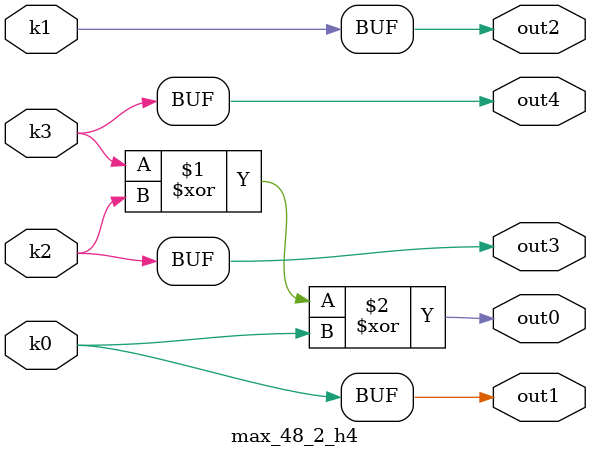
<source format=v>
module max_48_2(pi0, pi1, pi2, pi3, pi4, pi5, pi6, pi7, po0, po1, po2, po3, po4);
input pi0, pi1, pi2, pi3, pi4, pi5, pi6, pi7;
output po0, po1, po2, po3, po4;
wire k0, k1, k2, k3;
max_48_2_w4 DUT1 (pi0, pi1, pi2, pi3, pi4, pi5, pi6, pi7, k0, k1, k2, k3);
max_48_2_h4 DUT2 (k0, k1, k2, k3, po0, po1, po2, po3, po4);
endmodule

module max_48_2_w4(in7, in6, in5, in4, in3, in2, in1, in0, k3, k2, k1, k0);
input in7, in6, in5, in4, in3, in2, in1, in0;
output k3, k2, k1, k0;
assign k0 =   in3 ? in5 : in1;
assign k1 =   in3 ? in6 : in2;
assign k2 =   ~in4 & in0;
assign k3 =   (((~in7 | (in2 & ~in6)) & (in2 | ~in6)) | (~in5 & in1)) & (~in5 | in1) & (in0 | ~in4);
endmodule

module max_48_2_h4(k3, k2, k1, k0, out4, out3, out2, out1, out0);
input k3, k2, k1, k0;
output out4, out3, out2, out1, out0;
assign out0 = k3 ^ k2 ^ k0;
assign out1 = k0;
assign out2 = k1;
assign out3 = k2;
assign out4 = k3;
endmodule

</source>
